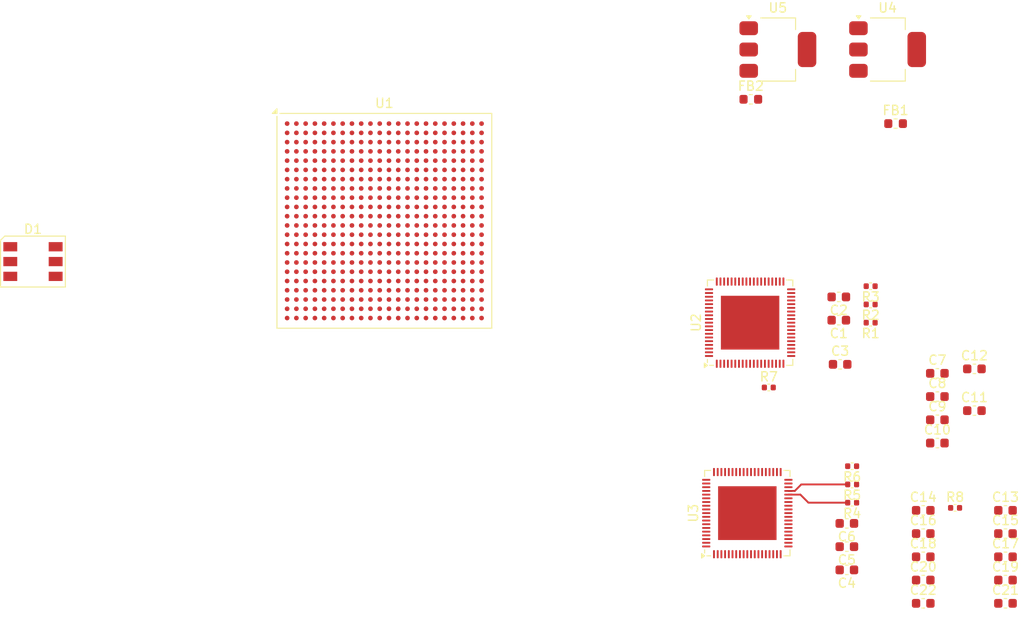
<source format=kicad_pcb>
(kicad_pcb (version 20241229) (generator "pcbnew") (generator_version "9.0")
  (layers (0 "F.Cu" signal) (4 "In1.Cu" signal) (6 "In2.Cu" signal) (8 "In3.Cu" signal) (10 "In4.Cu" signal) (2 "B.Cu" signal) (13 "F.Paste" user) (15 "B.Paste" user) (5 "F.SilkS" user "F.Silkscreen") (7 "B.SilkS" user "B.Silkscreen") (1 "F.Mask" user) (3 "B.Mask" user) (25 "Edge.Cuts" user))
  (net 0 "")
  (net 2 "GND")
  (net 5 "/FT601_0_CLK")
  (net 6 "/FT601_0_DATA0")
  (net 7 "/FT601_0_DATA1")
  (net 8 "/FT601_0_DATA4")
  (net 9 "/FT601_0_DATA3")
  (net 10 "/FT601_0_DATA6")
  (net 11 "/FT601_0_DATA5")
  (net 12 "/FT601_0_DATA7")
  (net 13 "/FT601_0_DATA2")
  (net 14 "/FT601_0_RXF_N")
  (net 15 "/FT601_0_DATA30")
  (net 16 "/FT601_0_DATA31")
  (net 17 "/FT601_0_DATA25")
  (net 18 "/FT601_0_DATA14")
  (net 19 "/FT601_0_BE3")
  (net 20 "/FT601_0_DATA12")
  (net 21 "/FT601_0_DATA23")
  (net 22 "/FT601_0_DATA27")
  (net 23 "/FT601_0_DATA8")
  (net 24 "/FT601_0_DATA9")
  (net 25 "/FT601_0_BE2")
  (net 26 "/FT601_0_DATA26")
  (net 27 "/FT601_0_DATA10")
  (net 28 "/FT601_0_DATA19")
  (net 29 "/FT601_0_DATA16")
  (net 30 "/FT601_0_DATA17")
  (net 31 "/FT601_0_TXE_N")
  (net 32 "/FT601_0_DATA18")
  (net 33 "/FT601_0_BE1")
  (net 34 "/FT601_0_DATA28")
  (net 35 "/FT601_0_DATA20")
  (net 36 "/FT601_0_DATA11")
  (net 37 "/FT601_0_DATA21")
  (net 38 "/FT601_0_BE0")
  (net 39 "/FT601_0_DATA22")
  (net 40 "/FT601_0_DATA13")
  (net 41 "/FT601_0_DATA29")
  (net 42 "/FT601_0_DATA15")
  (net 43 "/FT601_0_DATA24")
  (net 44 "/F601 USB/FT601_SIWU_N")
  (net 45 "/F601 USB/FT601_WAKEUP_N")
  (net 46 "/F601 USB/FT601_OE_N")
  (net 47 "/F601 USB/FT601_RESET_N")
  (net 48 "/F601 USB/FT601_RD_N")
  (net 49 "/F601 USB/FT601_GPIO1")
  (net 50 "/F601 USB/FT601_GPIO0")
  (net 51 "/F601 USB/FT601_WR_N")
  (net 53 "/F601 USB/TODN")
  (net 54 "/F601 USB/TODP")
  (net 55 "/F601 USB/RIDN")
  (net 56 "/F601 USB/RIDP")
  (net 58 "/F601 USB1/TODN")
  (net 59 "/F601 USB1/TODP")
  (net 60 "/F601 USB1/RIDN")
  (net 62 "/F601 USB1/RIDP")
  (net 64 "Net-(U3-RREF)")
  (net 65 "/F601 USB1/FT601_GPIO1")
  (net 67 "/F601 USB1/FT601_OE_N")
  (net 68 "/F601 USB1/FT601_WR_N")
  (net 69 "/F601 USB1/FT601_RD_N")
  (net 70 "/F601 USB1/FT601_SIWU_N")
  (net 75 "/F601 USB1/FT601_WAKEUP_N")
  (net 76 "/F601 USB1/FT601_GPIO0")
  (net 77 "/F601 USB1/FT601_RESET_N")
  (net 82 "Net-(U2-RREF)")
  (net 572 "/F601 USB/USB_3V3")
  (net 573 "/F601 USB1/USB_3V3")
  (net 574 "Net-(JP1-C)")
  (net 575 "/F601 USB/5VDC")
  (net 576 "/F601 USB1/5VDC")
  (net 577 "Net-(JP2-C)")
  (net 578 "/F601 USB/VBUS")
  (net 579 "/F601 USB1/VBUS")
  (net 580 "/F601 USB/3V3_LDO")
  (net 581 "/F601 USB1/3V3_LDO")
  (footprint "Capacitor_SMD:C_0402_1005Metric" (layer "F.Cu") (at 198.52 53.53 180)
    (property "Reference" "R2")
    (property "Value" "0")
  )
  (footprint "Package_TO_SOT_SMD:SOT-223-3_TabPin2" (layer "F.Cu") (at 188.5 26)
    (property "Reference" "U5")
    (property "Value" "AMS1117-3.3")
  )
  (footprint "Capacitor_SMD:C_0402_1005Metric" (layer "F.Cu") (at 196.52 72.97 180)
    (property "Reference" "R5")
    (property "Value" "0")
  )
  (footprint "Package_DFN_QFN:QFN-76-1EP_9x9mm_P0.4mm_EP5.81x6.31mm" (layer "F.Cu") (at 185.5 55.5 90)
    (property "Reference" "U2")
    (property "Value" "FT601Q")
  )
  (footprint "Package_DFN_QFN:QFN-76-1EP_9x9mm_P0.4mm_EP5.81x6.31mm" (layer "F.Cu") (at 185.2 76.07 90)
    (property "Reference" "U3")
    (property "Value" "FT601Q")
  )
  (footprint "Capacitor_SMD:C_0603_1608Metric" (layer "F.Cu") (at 213.08 75.77)
    (property "Reference" "C13")
    (property "Value" "470n")
  )
  (footprint "Capacitor_SMD:C_0603_1608Metric" (layer "F.Cu") (at 204.2 85.81)
    (property "Reference" "C22")
    (property "Value" "100n")
  )
  (footprint "Capacitor_SMD:C_0603_1608Metric" (layer "F.Cu") (at 205.725 60.97)
    (property "Reference" "C7")
    (property "Value" "470n")
  )
  (footprint "Capacitor_SMD:C_0402_1005Metric" (layer "F.Cu") (at 187.52 62.5)
    (property "Reference" "R7")
    (property "Value" "10k")
  )
  (footprint "Capacitor_SMD:C_0603_1608Metric" (layer "F.Cu") (at 205.725 68.5)
    (property "Reference" "C10")
    (property "Value" "100n")
  )
  (footprint "Capacitor_SMD:C_0402_1005Metric" (layer "F.Cu") (at 198.52 55.5 180)
    (property "Reference" "R1")
    (property "Value" "0")
  )
  (footprint "Package_BGA:BGA-484_23.0x23.0mm_Layout22x22_P1.0mm" (layer "F.Cu") (at 146 44.5)
    (property "Reference" "U1")
    (property "Value" "EP2C35F484")
  )
  (footprint "Capacitor_SMD:C_0603_1608Metric" (layer "F.Cu") (at 209.725 60.49)
    (property "Reference" "C12")
    (property "Value" "470n")
  )
  (footprint "Capacitor_SMD:C_0603_1608Metric" (layer "F.Cu") (at 213.08 80.79)
    (property "Reference" "C17")
    (property "Value" "470n")
  )
  (footprint "Capacitor_SMD:C_0603_1608Metric" (layer "F.Cu") (at 209.725 65)
    (property "Reference" "C11")
    (property "Value" "470n")
  )
  (footprint "Capacitor_SMD:C_0603_1608Metric" (layer "F.Cu") (at 213.08 83.3)
    (property "Reference" "C19")
    (property "Value" "470n")
  )
  (footprint "Capacitor_SMD:C_0603_1608Metric" (layer "F.Cu") (at 204.2 75.77)
    (property "Reference" "C14")
    (property "Value" "470n")
  )
  (footprint "Capacitor_SMD:C_0603_1608Metric" (layer "F.Cu") (at 195.95 77.18 180)
    (property "Reference" "C6")
    (property "Value" "4.7u")
  )
  (footprint "Capacitor_SMD:C_0603_1608Metric" (layer "F.Cu") (at 195.95 79.69 180)
    (property "Reference" "C5")
    (property "Value" "100n")
  )
  (footprint "Package_TO_SOT_SMD:SOT-223-3_TabPin2" (layer "F.Cu") (at 200.35 26)
    (property "Reference" "U4")
    (property "Value" "AMS1117-3.3")
  )
  (footprint "LED_SMD:LED_WS2812_PLCC6_5.0x5.0mm_P1.6mm" (layer "F.Cu") (at 108.05 48.9)
    (property "Reference" "D1")
    (property "Value" "WS2812S")
  )
  (footprint "Capacitor_SMD:C_0603_1608Metric" (layer "F.Cu") (at 195.08 55.23 180)
    (property "Reference" "C1")
    (property "Value" "4.7u")
  )
  (footprint "Capacitor_SMD:C_0603_1608Metric" (layer "F.Cu") (at 195.95 82.2 180)
    (property "Reference" "C4")
    (property "Value" "100n")
  )
  (footprint "Capacitor_SMD:C_0402_1005Metric" (layer "F.Cu") (at 198.52 51.56 180)
    (property "Reference" "R3")
    (property "Value" "1.6k")
  )
  (footprint "Capacitor_SMD:C_0603_1608Metric" (layer "F.Cu") (at 204.2 83.3)
    (property "Reference" "C20")
    (property "Value" "470n")
  )
  (footprint "Capacitor_SMD:C_0603_1608Metric" (layer "F.Cu") (at 205.725 63.48)
    (property "Reference" "C8")
    (property "Value" "470n")
  )
  (footprint "Capacitor_SMD:C_0603_1608Metric" (layer "F.Cu") (at 213.08 85.81)
    (property "Reference" "C21")
    (property "Value" "100n")
  )
  (footprint "Capacitor_SMD:C_0603_1608Metric" (layer "F.Cu") (at 195.08 52.72 180)
    (property "Reference" "C2")
    (property "Value" "470n")
  )
  (footprint "Inductor_SMD:L_0603_1608Metric" (layer "F.Cu") (at 201.2125 34)
    (property "Reference" "FB1")
    (property "Value" "28 Ohm / 100MHz")
  )
  (footprint "Capacitor_SMD:C_0402_1005Metric" (layer "F.Cu") (at 196.52 71 180)
    (property "Reference" "R6")
    (property "Value" "1.6k")
  )
  (footprint "Capacitor_SMD:C_0603_1608Metric" (layer "F.Cu") (at 195.225 60)
    (property "Reference" "C3")
    (property "Value" "470n")
  )
  (footprint "Capacitor_SMD:C_0603_1608Metric" (layer "F.Cu") (at 204.2 80.79)
    (property "Reference" "C18")
    (property "Value" "470n")
  )
  (footprint "Capacitor_SMD:C_0603_1608Metric" (layer "F.Cu") (at 204.2 78.28)
    (property "Reference" "C16")
    (property "Value" "470n")
  )
  (footprint "Inductor_SMD:L_0603_1608Metric" (layer "F.Cu") (at 185.58 31.375)
    (property "Reference" "FB2")
    (property "Value" "28 Ohm / 100MHz")
  )
  (footprint "Capacitor_SMD:C_0402_1005Metric" (layer "F.Cu") (at 196.52 74.94 180)
    (property "Reference" "R4")
    (property "Value" "0")
  )
  (footprint "Capacitor_SMD:C_0603_1608Metric" (layer "F.Cu") (at 205.725 65.99)
    (property "Reference" "C9")
    (property "Value" "100n")
  )
  (footprint "Capacitor_SMD:C_0402_1005Metric" (layer "F.Cu") (at 207.64 75.5)
    (property "Reference" "R8")
    (property "Value" "10k")
  )
  (footprint "Capacitor_SMD:C_0603_1608Metric" (layer "F.Cu") (at 213.08 78.28)
    (property "Reference" "C15")
    (property "Value" "470n")
  )
  (segment (start 191.8 74.94) (end 196.04 74.94) (width 0.2) (layer "F.Cu") (net 60))
  (segment (start 189.6375 74.07) (end 190.93 74.07) (width 0.2) (layer "F.Cu") (net 60))
  (segment (start 190.93 74.07) (end 191.8 74.94) (width 0.2) (layer "F.Cu") (net 60))
  (segment (start 190.33 73.67) (end 191.03 72.97) (width 0.2) (layer "F.Cu") (net 62))
  (segment (start 189.6375 73.67) (end 190.33 73.67) (width 0.2) (layer "F.Cu") (net 62))
  (segment (start 191.03 72.97) (end 196.04 72.97) (width 0.2) (layer "F.Cu") (net 62))
)
</source>
